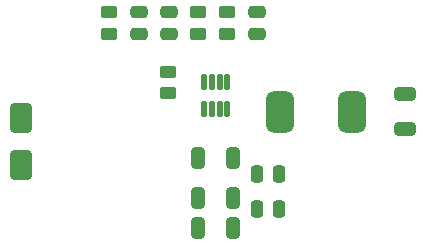
<source format=gbr>
%TF.GenerationSoftware,KiCad,Pcbnew,8.0.7*%
%TF.CreationDate,2025-01-12T01:40:55+08:00*%
%TF.ProjectId,power,706f7765-722e-46b6-9963-61645f706362,rev?*%
%TF.SameCoordinates,Original*%
%TF.FileFunction,Paste,Top*%
%TF.FilePolarity,Positive*%
%FSLAX46Y46*%
G04 Gerber Fmt 4.6, Leading zero omitted, Abs format (unit mm)*
G04 Created by KiCad (PCBNEW 8.0.7) date 2025-01-12 01:40:55*
%MOMM*%
%LPD*%
G01*
G04 APERTURE LIST*
G04 Aperture macros list*
%AMRoundRect*
0 Rectangle with rounded corners*
0 $1 Rounding radius*
0 $2 $3 $4 $5 $6 $7 $8 $9 X,Y pos of 4 corners*
0 Add a 4 corners polygon primitive as box body*
4,1,4,$2,$3,$4,$5,$6,$7,$8,$9,$2,$3,0*
0 Add four circle primitives for the rounded corners*
1,1,$1+$1,$2,$3*
1,1,$1+$1,$4,$5*
1,1,$1+$1,$6,$7*
1,1,$1+$1,$8,$9*
0 Add four rect primitives between the rounded corners*
20,1,$1+$1,$2,$3,$4,$5,0*
20,1,$1+$1,$4,$5,$6,$7,0*
20,1,$1+$1,$6,$7,$8,$9,0*
20,1,$1+$1,$8,$9,$2,$3,0*%
G04 Aperture macros list end*
%ADD10RoundRect,0.250000X0.475000X-0.250000X0.475000X0.250000X-0.475000X0.250000X-0.475000X-0.250000X0*%
%ADD11RoundRect,0.125000X0.125000X-0.537500X0.125000X0.537500X-0.125000X0.537500X-0.125000X-0.537500X0*%
%ADD12RoundRect,0.250000X0.450000X-0.262500X0.450000X0.262500X-0.450000X0.262500X-0.450000X-0.262500X0*%
%ADD13RoundRect,0.250000X-0.450000X0.262500X-0.450000X-0.262500X0.450000X-0.262500X0.450000X0.262500X0*%
%ADD14RoundRect,0.587500X-0.587500X-1.162500X0.587500X-1.162500X0.587500X1.162500X-0.587500X1.162500X0*%
%ADD15RoundRect,0.250000X0.650000X-1.000000X0.650000X1.000000X-0.650000X1.000000X-0.650000X-1.000000X0*%
%ADD16RoundRect,0.250000X-0.475000X0.250000X-0.475000X-0.250000X0.475000X-0.250000X0.475000X0.250000X0*%
%ADD17RoundRect,0.250000X-0.650000X0.325000X-0.650000X-0.325000X0.650000X-0.325000X0.650000X0.325000X0*%
%ADD18RoundRect,0.250000X-0.250000X-0.475000X0.250000X-0.475000X0.250000X0.475000X-0.250000X0.475000X0*%
%ADD19RoundRect,0.250000X0.325000X0.650000X-0.325000X0.650000X-0.325000X-0.650000X0.325000X-0.650000X0*%
G04 APERTURE END LIST*
D10*
%TO.C,C5*%
X172500000Y-65950000D03*
X172500000Y-64050000D03*
%TD*%
%TO.C,C4*%
X165030000Y-65950000D03*
X165030000Y-64050000D03*
%TD*%
D11*
%TO.C,U1*%
X168050000Y-72275000D03*
X168700000Y-72275000D03*
X169350000Y-72275000D03*
X170000000Y-72275000D03*
X170000000Y-70000000D03*
X169350000Y-70000000D03*
X168700000Y-70000000D03*
X168050000Y-70000000D03*
%TD*%
D12*
%TO.C,R4*%
X160000000Y-65912500D03*
X160000000Y-64087500D03*
%TD*%
%TO.C,R3*%
X165000000Y-70912500D03*
X165000000Y-69087500D03*
%TD*%
%TO.C,R2*%
X170000000Y-65912500D03*
X170000000Y-64087500D03*
%TD*%
D13*
%TO.C,R1*%
X167530000Y-64087500D03*
X167530000Y-65912500D03*
%TD*%
D14*
%TO.C,L1*%
X174475000Y-72500000D03*
X180525000Y-72500000D03*
%TD*%
D15*
%TO.C,D2*%
X152500000Y-77000000D03*
X152500000Y-73000000D03*
%TD*%
D16*
%TO.C,C9*%
X162500000Y-64050000D03*
X162500000Y-65950000D03*
%TD*%
D17*
%TO.C,C8*%
X185000000Y-71025000D03*
X185000000Y-73975000D03*
%TD*%
D18*
%TO.C,C7*%
X172500000Y-80735000D03*
X174400000Y-80735000D03*
%TD*%
%TO.C,C6*%
X172500000Y-77725000D03*
X174400000Y-77725000D03*
%TD*%
D19*
%TO.C,C3*%
X170450000Y-82300000D03*
X167500000Y-82300000D03*
%TD*%
%TO.C,C2*%
X170450000Y-76450000D03*
X167500000Y-76450000D03*
%TD*%
%TO.C,C1*%
X170450000Y-79800000D03*
X167500000Y-79800000D03*
%TD*%
M02*

</source>
